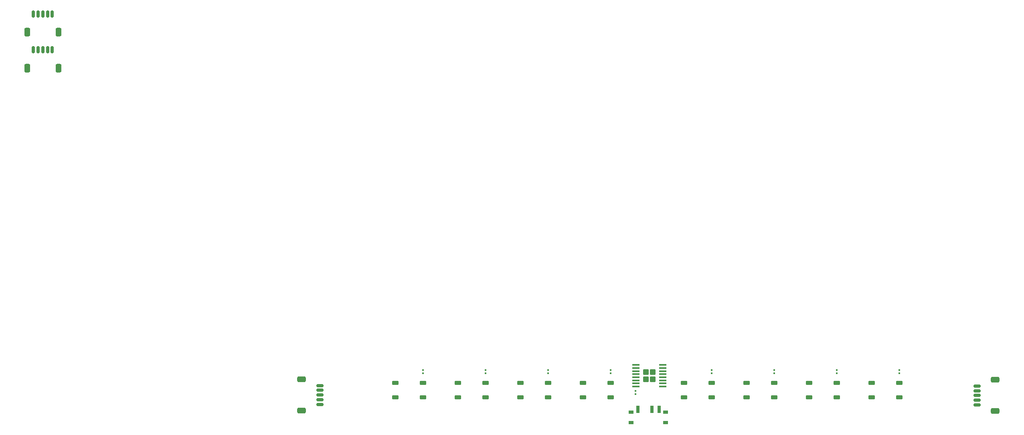
<source format=gbr>
%TF.GenerationSoftware,KiCad,Pcbnew,8.0.1*%
%TF.CreationDate,2024-04-30T08:05:45-04:00*%
%TF.ProjectId,bombay_beats,626f6d62-6179-45f6-9265-6174732e6b69,rev?*%
%TF.SameCoordinates,Original*%
%TF.FileFunction,Paste,Top*%
%TF.FilePolarity,Positive*%
%FSLAX46Y46*%
G04 Gerber Fmt 4.6, Leading zero omitted, Abs format (unit mm)*
G04 Created by KiCad (PCBNEW 8.0.1) date 2024-04-30 08:05:45*
%MOMM*%
%LPD*%
G01*
G04 APERTURE LIST*
G04 Aperture macros list*
%AMRoundRect*
0 Rectangle with rounded corners*
0 $1 Rounding radius*
0 $2 $3 $4 $5 $6 $7 $8 $9 X,Y pos of 4 corners*
0 Add a 4 corners polygon primitive as box body*
4,1,4,$2,$3,$4,$5,$6,$7,$8,$9,$2,$3,0*
0 Add four circle primitives for the rounded corners*
1,1,$1+$1,$2,$3*
1,1,$1+$1,$4,$5*
1,1,$1+$1,$6,$7*
1,1,$1+$1,$8,$9*
0 Add four rect primitives between the rounded corners*
20,1,$1+$1,$2,$3,$4,$5,0*
20,1,$1+$1,$4,$5,$6,$7,0*
20,1,$1+$1,$6,$7,$8,$9,0*
20,1,$1+$1,$8,$9,$2,$3,0*%
G04 Aperture macros list end*
%ADD10RoundRect,0.250000X-0.350000X-0.650000X0.350000X-0.650000X0.350000X0.650000X-0.350000X0.650000X0*%
%ADD11RoundRect,0.150000X-0.150000X-0.625000X0.150000X-0.625000X0.150000X0.625000X-0.150000X0.625000X0*%
%ADD12RoundRect,0.225000X-0.450000X-0.225000X0.450000X-0.225000X0.450000X0.225000X-0.450000X0.225000X0*%
%ADD13RoundRect,0.250001X0.354999X0.354999X-0.354999X0.354999X-0.354999X-0.354999X0.354999X-0.354999X0*%
%ADD14RoundRect,0.100000X0.675000X0.100000X-0.675000X0.100000X-0.675000X-0.100000X0.675000X-0.100000X0*%
%ADD15R,1.000000X0.800000*%
%ADD16R,0.700000X1.500000*%
%ADD17RoundRect,0.079500X0.100500X-0.079500X0.100500X0.079500X-0.100500X0.079500X-0.100500X-0.079500X0*%
%ADD18RoundRect,0.079500X-0.100500X0.079500X-0.100500X-0.079500X0.100500X-0.079500X0.100500X0.079500X0*%
%ADD19RoundRect,0.150000X-0.625000X0.150000X-0.625000X-0.150000X0.625000X-0.150000X0.625000X0.150000X0*%
%ADD20RoundRect,0.250000X-0.650000X0.350000X-0.650000X-0.350000X0.650000X-0.350000X0.650000X0.350000X0*%
%ADD21RoundRect,0.150000X0.625000X-0.150000X0.625000X0.150000X-0.625000X0.150000X-0.625000X-0.150000X0*%
%ADD22RoundRect,0.250000X0.650000X-0.350000X0.650000X0.350000X-0.650000X0.350000X-0.650000X-0.350000X0*%
G04 APERTURE END LIST*
D10*
%TO.C,jst_out1*%
X7725000Y-12790000D03*
X1125000Y-12790000D03*
D11*
X6425000Y-8915000D03*
X5425000Y-8915000D03*
X4425000Y-8915000D03*
X3425000Y-8915000D03*
X2425000Y-8915000D03*
%TD*%
D10*
%TO.C,jst_in1*%
X7725000Y-5180000D03*
X1125000Y-5180000D03*
D11*
X6425000Y-1305000D03*
X5425000Y-1305000D03*
X4425000Y-1305000D03*
X3425000Y-1305000D03*
X2425000Y-1305000D03*
%TD*%
D12*
%TO.C,SW1*%
X78863000Y-79270066D03*
X84713000Y-79270066D03*
X78863000Y-82270066D03*
X84713000Y-82270066D03*
%TD*%
D13*
%TO.C,U1*%
X133242500Y-78474000D03*
X133242500Y-76974000D03*
X131742500Y-78474000D03*
X131742500Y-76974000D03*
D14*
X135367500Y-79999000D03*
X135367500Y-79349000D03*
X135367500Y-78699000D03*
X135367500Y-78049000D03*
X135367500Y-77399000D03*
X135367500Y-76749000D03*
X135367500Y-76099000D03*
X135367500Y-75449000D03*
X129617500Y-75449000D03*
X129617500Y-76099000D03*
X129617500Y-76749000D03*
X129617500Y-77399000D03*
X129617500Y-78049000D03*
X129617500Y-78699000D03*
X129617500Y-79349000D03*
X129617500Y-79999000D03*
%TD*%
D15*
%TO.C,SW9*%
X128655000Y-85439000D03*
X128655000Y-87649000D03*
X135955000Y-85439000D03*
X135955000Y-87649000D03*
D16*
X130055000Y-84789000D03*
X133055000Y-84789000D03*
X134555000Y-84789000D03*
%TD*%
D17*
%TO.C,R1*%
X84713000Y-77190066D03*
X84713000Y-76500066D03*
%TD*%
D12*
%TO.C,btn_7*%
X166239000Y-79270066D03*
X172089000Y-79270066D03*
X166239000Y-82270066D03*
X172089000Y-82270066D03*
%TD*%
D18*
%TO.C,C1*%
X129540000Y-80935000D03*
X129540000Y-81625000D03*
%TD*%
D12*
%TO.C,btn_6*%
X153031000Y-79270066D03*
X158881000Y-79270066D03*
X153031000Y-82270066D03*
X158881000Y-82270066D03*
%TD*%
D17*
%TO.C,R6*%
X158881000Y-77190066D03*
X158881000Y-76500066D03*
%TD*%
D12*
%TO.C,btn_4*%
X118487000Y-79270066D03*
X124337000Y-79270066D03*
X118487000Y-82270066D03*
X124337000Y-82270066D03*
%TD*%
D19*
%TO.C,JSTOUT1*%
X62931000Y-79788000D03*
X62931000Y-80788000D03*
X62931000Y-81788000D03*
X62931000Y-82788000D03*
X62931000Y-83788000D03*
D20*
X59056000Y-78488000D03*
X59056000Y-85088000D03*
%TD*%
D12*
%TO.C,SW2*%
X92071000Y-79270066D03*
X97921000Y-79270066D03*
X92071000Y-82270066D03*
X97921000Y-82270066D03*
%TD*%
%TO.C,SW8*%
X179447000Y-79270066D03*
X185297000Y-79270066D03*
X179447000Y-82270066D03*
X185297000Y-82270066D03*
%TD*%
D21*
%TO.C,JSTIN1*%
X201679000Y-83889600D03*
X201679000Y-82889600D03*
X201679000Y-81889600D03*
X201679000Y-80889600D03*
X201679000Y-79889600D03*
D22*
X205554000Y-85189600D03*
X205554000Y-78589600D03*
%TD*%
D17*
%TO.C,R5*%
X145673000Y-77190066D03*
X145673000Y-76500066D03*
%TD*%
D12*
%TO.C,SW3*%
X105279000Y-79270066D03*
X111129000Y-79270066D03*
X105279000Y-82270066D03*
X111129000Y-82270066D03*
%TD*%
D17*
%TO.C,R8*%
X185281296Y-77190066D03*
X185281296Y-76500066D03*
%TD*%
%TO.C,R3*%
X111129000Y-77190066D03*
X111129000Y-76500066D03*
%TD*%
%TO.C,R7*%
X172089000Y-77190066D03*
X172089000Y-76500066D03*
%TD*%
%TO.C,R4*%
X124337000Y-77190066D03*
X124337000Y-76500066D03*
%TD*%
%TO.C,R2*%
X97903860Y-77190066D03*
X97903860Y-76500066D03*
%TD*%
D12*
%TO.C,btn_5*%
X139823000Y-79270066D03*
X145673000Y-79270066D03*
X139823000Y-82270066D03*
X145673000Y-82270066D03*
%TD*%
M02*

</source>
